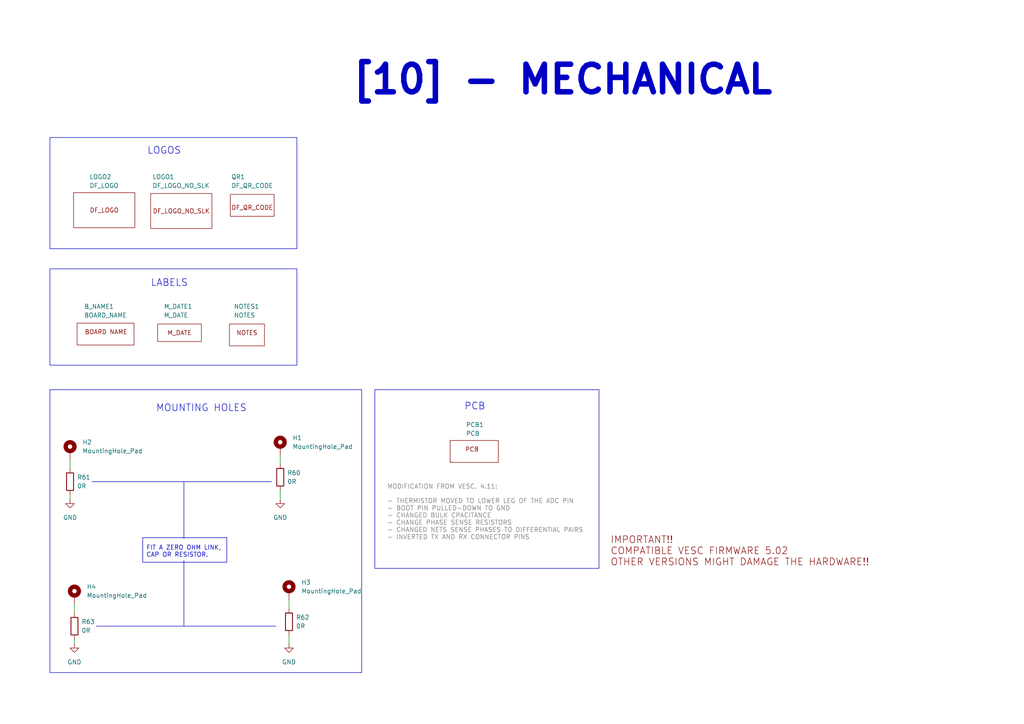
<source format=kicad_sch>
(kicad_sch (version 20230121) (generator eeschema)
  (paper "A4")
  (title_block (title "DF_ESC_rev01_1") (date "2024-01-14") (rev "rev01_1") (company "Ivan Mendez IMA Design") (comment 3 "i.mendezalon@hotmail.com") (comment 4 "Ivan Mendez"))
  (lib_symbols
    (symbol "DF_ESC_Symbol_Library_Casa:BOARD_NAME" (in_bom no)
      (property "Reference" "B_NAME" (at 0 1.27 0))
      (property "Value" "BOARD_NAME" (at 0 -1.27 0))
      (symbol "BOARD_NAME_0_0"
        (text "BOARD NAME " (at 0 -5.08 0) (effects (font (size 1.27 1.27))))
      )
      (symbol "BOARD_NAME_0_1"
        (rectangle (start -8.89 -2.54) (end 7.62 -8.89))
      )
    )
    (symbol "DF_ESC_Symbol_Library_Casa:DF_LOGO" (in_bom no)
      (property "Reference" "LOGO" (at 0 2.54 0))
      (property "Value" "DF_LOGO" (at 0 0 0))
      (symbol "DF_LOGO_0_0"
        (text "DF_LOGO" (at 0 -6.35 0) (effects (font (size 1.27 1.27))))
      )
      (symbol "DF_LOGO_0_1"
        (rectangle (start -8.89 -1.27) (end 8.89 -11.43))
      )
    )
    (symbol "DF_ESC_Symbol_Library_Casa:DF_LOGO_NO_SLK" (in_bom no)
      (property "Reference" "LOGO" (at 0 1.27 0))
      (property "Value" "DF_LOGO_NO_SLK" (at 0 -1.27 0))
      (symbol "DF_LOGO_NO_SLK_0_0"
        (text "DF_LOGO_NO_SLK" (at 0 -7.62 0) (effects (font (size 1.27 1.27))))
      )
      (symbol "DF_LOGO_NO_SLK_0_1"
        (rectangle (start -8.89 -2.54) (end 8.89 -12.7))
      )
    )
    (symbol "DF_ESC_Symbol_Library_Casa:DF_QR_CODE" (in_bom no)
      (property "Reference" "QR" (at 0 1.27 0))
      (property "Value" "DF_QR_CODE" (at 0 -1.27 0))
      (symbol "DF_QR_CODE_0_0"
        (text "DF_QR_CODE" (at 0 -6.35 0) (effects (font (size 1.27 1.27))))
      )
      (symbol "DF_QR_CODE_0_1"
        (rectangle (start -6.35 -2.54) (end 6.35 -8.89))
      )
    )
    (symbol "DF_ESC_Symbol_Library_Casa:M_DATE" (in_bom no)
      (property "Reference" "M_DATE" (at 0 0 0))
      (property "Value" "M_DATE" (at 0 2.54 0))
      (symbol "M_DATE_0_0"
        (rectangle (start -6.35 -1.27) (end 6.35 -6.35))
        (text "M_DATE" (at 0 -3.81 0) (effects (font (size 1.27 1.27))))
      )
    )
    (symbol "DF_ESC_Symbol_Library_Casa:NOTES" (in_bom no)
      (property "Reference" "NOTES" (at 0 0 0))
      (property "Value" "NOTES" (at 0 2.54 0))
      (symbol "NOTES_0_0"
        (rectangle (start -5.08 -2.54) (end 5.08 -8.89))
        (text "NOTES" (at 0 -5.08 0) (effects (font (size 1.27 1.27))))
      )
    )
    (symbol "DF_ESC_Symbol_Library_Casa:PCB" (on_board no)
      (property "Reference" "PCB" (at 0 0 0))
      (property "Value" "PCB" (at 0 0 0))
      (symbol "PCB_0_0"
        (text "PCB" (at 0 -5.08 0) (effects (font (size 1.27 1.27))))
      )
      (symbol "PCB_0_1"
        (rectangle (start -6.35 -2.54) (end 7.62 -8.89))
      )
    )
    (symbol "Device:R" (pin_numbers hide) (pin_names (offset 0))
      (property "Reference" "R" (at 2.032 0 90))
      (property "Value" "R" (at 0 0 90))
      (symbol "R_0_1"
        (rectangle (start -1.016 -2.54) (end 1.016 2.54) (stroke (width 0.254)))
      )
      (symbol "R_1_1"
        (pin passive line (at 0 3.81 270) (length 1.27) (name "~") (number "1"))
        (pin passive line (at 0 -3.81 90) (length 1.27) (name "~") (number "2"))
      )
    )
    (symbol "Mechanical:MountingHole_Pad" (pin_numbers hide) (pin_names (offset 1.016) hide)
      (property "Reference" "H" (at 0 6.35 0))
      (property "Value" "MountingHole_Pad" (at 0 4.445 0))
      (symbol "MountingHole_Pad_0_1"
        (circle (center 0 1.27) (radius 1.27) (stroke (width 1.27)))
      )
      (symbol "MountingHole_Pad_1_1"
        (pin input line (at 0 -2.54 90) (length 2.54) (name "1") (number "1"))
      )
    )
    (symbol "power:GND" (power) (pin_names (offset 0))
      (property "Value" "GND" (at 0 -3.81 0))
      (symbol "GND_0_1"
        (polyline (pts (xy 0 0) (xy 0 -1.27) (xy 1.27 -1.27) (xy 0 -2.54) (xy -1.27 -1.27) (xy 0 -1.27)))
      )
      (symbol "GND_1_1"
        (pin power_in line (at 0 0 270) (length 0) hide (name "GND") (number "1"))
      )
    )
  )
  (wire (pts (xy 20.32 143.51) (xy 20.32 144.78)))
  (wire (pts (xy 21.59 175.26) (xy 21.59 177.8)))
  (wire (pts (xy 83.82 173.99) (xy 83.82 176.53)))
  (wire (pts (xy 20.32 133.35) (xy 20.32 135.89)))
  (polyline (pts (xy 53.34 139.7) (xy 53.34 156.21)))
  (polyline (pts (xy 26.67 139.7) (xy 78.74 139.7)))
  (polyline (pts (xy 27.94 181.61) (xy 80.01 181.61)))
  (polyline (pts (xy 53.34 162.56) (xy 53.34 181.61)))
  (wire (pts (xy 21.59 185.42) (xy 21.59 186.69)))
  (wire (pts (xy 81.28 142.24) (xy 81.28 144.78)))
  (wire (pts (xy 81.28 132.08) (xy 81.28 134.62)))
  (wire (pts (xy 83.82 184.15) (xy 83.82 186.69)))
  (rectangle (start 14.478 113.03) (end 104.902 195.072))
  (rectangle (start 14.478 39.878) (end 86.106 72.136))
  (rectangle (start 41.402 155.956) (end 65.786 163.068))
  (rectangle (start 108.712 113.03) (end 173.736 164.846))
  (rectangle (start 14.478 77.978) (end 86.106 105.918))
  (text "MOUNTING HOLES\n" (at 45.212 119.634 0) (effects (font (size 2 2)) (justify left bottom)))
  (text "MODIFICATION FROM VESC. 4.11:\n\n- THERMISTOR MOVED TO LOWER LEG OF THE ADC PIN\n- BOOT PIN PULLED-DOWN TO GND\n- CHANGED BULK CPACITANCE\n- CHANGE PHASE SENSE RESISTORS\n- CHANGED NETS SENSE PHASES TO DIFFERENTIAL PAIRS\n- INVERTED TX AND RX CONNECTOR PINS" (at 112.268 156.718 0) (effects (font (size 1.3 1.3)) (justify left bottom)))
  (text "PCB" (at 134.62 119.126 0) (effects (font (size 2 2)) (justify left bottom)))
  (text "IMPORTANT!!\nCOMPATIBLE VESC FIRMWARE 5.02\nOTHER VERSIONS MIGHT DAMAGE THE HARDWARE!!" (at 177.038 164.338 0) (effects (font (size 2 2)) (justify left bottom)))
  (text "LABELS" (at 43.688 83.312 0) (effects (font (size 2 2)) (justify left bottom)))
  (text "LOGOS" (at 42.672 44.958 0) (effects (font (size 2 2)) (justify left bottom)))
  (text "[10] - MECHANICAL" (at 101.6 27.94 0) (effects (font (size 8 8) bold) (justify left bottom)))
  (text "FIT A ZERO OHM LINK, \nCAP OR RESISTOR." (at 42.418 161.798 0) (effects (font (size 1.27 1.27)) (justify left bottom)))
  (symbol (lib_id "DF_ESC_Symbol_Library_Casa:DF_LOGO") (at 30.226 54.61 0) (unit 1) (in_bom no)
    (property "Reference" "LOGO2" (at 25.908 51.308 0) (effects (justify left)))
    (property "Value" "DF_LOGO" (at 25.908 53.848 0) (effects (justify left)))
    (property "Footprint" "DF_ESC_Footprint_Library:DF_ESC_REV01_1_LOGO" (effects hide))
  )
  (symbol (lib_id "DF_ESC_Symbol_Library_Casa:NOTES") (at 71.628 91.44 0) (unit 1) (in_bom no)
    (property "Reference" "NOTES1" (at 67.818 88.9 0) (effects (justify left)))
    (property "Value" "NOTES" (at 67.818 91.44 0) (effects (justify left)))
  )
  (symbol (lib_id "DF_ESC_Symbol_Library_Casa:M_DATE") (at 52.07 92.71 0) (unit 1) (in_bom no)
    (property "Reference" "M_DATE1" (at 47.498 88.9 0) (effects (justify left)))
    (property "Value" "M_DATE" (at 47.498 91.44 0) (effects (justify left)))
  )
  (symbol (lib_id "Device:R") (at 81.28 138.43 0) (unit 1)
    (property "Reference" "R60" (at 83.312 137.16 0) (effects (justify left)))
    (property "Value" "0R" (at 83.312 139.7 0) (effects (justify left)))
    (property "Footprint" "Resistor_SMD:R_0603_1608Metric_Pad0.98x0.95mm_HandSolder" (effects hide))
  )
  (symbol (lib_id "power:GND") (at 83.82 186.69 0) (unit 1)
    (property "Reference" "#PWR0103" (effects hide))
    (property "Value" "GND" (at 83.82 192.024 0))
  )
  (symbol (lib_id "Device:R") (at 20.32 139.7 0) (unit 1)
    (property "Reference" "R61" (at 22.352 138.43 0) (effects (justify left)))
    (property "Value" "0R" (at 22.352 140.97 0) (effects (justify left)))
    (property "Footprint" "Resistor_SMD:R_0603_1608Metric_Pad0.98x0.95mm_HandSolder" (effects hide))
  )
  (symbol (lib_id "Device:R") (at 21.59 181.61 0) (unit 1)
    (property "Reference" "R63" (at 23.622 180.34 0) (effects (justify left)))
    (property "Value" "0R" (at 23.622 182.88 0) (effects (justify left)))
    (property "Footprint" "Resistor_SMD:R_0603_1608Metric_Pad0.98x0.95mm_HandSolder" (effects hide))
  )
  (symbol (lib_id "DF_ESC_Symbol_Library_Casa:PCB") (at 136.906 125.222 0) (unit 1) (on_board no)
    (property "Reference" "PCB1" (at 135.128 123.19 0) (effects (justify left)))
    (property "Value" "PCB" (at 135.128 125.73 0) (effects (justify left)))
  )
  (symbol (lib_id "DF_ESC_Symbol_Library_Casa:BOARD_NAME") (at 31.242 91.186 0) (unit 1) (in_bom no)
    (property "Reference" "B_NAME1" (at 24.384 88.9 0) (effects (justify left)))
    (property "Value" "BOARD_NAME" (at 24.384 91.44 0) (effects (justify left)))
  )
  (symbol (lib_id "DF_ESC_Symbol_Library_Casa:DF_LOGO_NO_SLK") (at 52.578 53.594 0) (unit 1) (in_bom no)
    (property "Reference" "LOGO1" (at 44.196 51.308 0) (effects (justify left)))
    (property "Value" "DF_LOGO_NO_SLK" (at 44.196 53.848 0) (effects (justify left)))
    (property "Footprint" "DF_ESC_Footprint_Library:DF_LOGO_NO_SLK" (effects hide))
  )
  (symbol (lib_id "DF_ESC_Symbol_Library_Casa:DF_QR_CODE") (at 73.152 53.848 0) (unit 1) (in_bom no)
    (property "Reference" "QR1" (at 67.056 51.308 0) (effects (justify left)))
    (property "Value" "DF_QR_CODE" (at 67.056 53.848 0) (effects (justify left)))
    (property "Footprint" "DF_ESC_Footprint_Library:DF_QR_CODE" (effects hide))
  )
  (symbol (lib_id "power:GND") (at 81.28 144.78 0) (unit 1)
    (property "Reference" "#PWR0101" (effects hide))
    (property "Value" "GND" (at 81.28 150.114 0))
  )
  (symbol (lib_id "power:GND") (at 20.32 144.78 0) (unit 1)
    (property "Reference" "#PWR0100" (effects hide))
    (property "Value" "GND" (at 20.32 150.114 0))
  )
  (symbol (lib_id "Device:R") (at 83.82 180.34 0) (unit 1)
    (property "Reference" "R62" (at 85.852 179.07 0) (effects (justify left)))
    (property "Value" "0R" (at 85.852 181.61 0) (effects (justify left)))
    (property "Footprint" "Resistor_SMD:R_0603_1608Metric_Pad0.98x0.95mm_HandSolder" (effects hide))
  )
  (symbol (lib_id "Mechanical:MountingHole_Pad") (at 20.32 130.81 0) (unit 1)
    (property "Reference" "H2" (at 23.876 128.27 0) (effects (justify left)))
    (property "Value" "MountingHole_Pad" (at 23.876 130.81 0) (effects (justify left)))
    (property "Footprint" "MountingHole:MountingHole_3.2mm_M3_Pad_Via" (effects hide))
  )
  (symbol (lib_id "Mechanical:MountingHole_Pad") (at 81.28 129.54 0) (unit 1)
    (property "Reference" "H1" (at 84.836 127 0) (effects (justify left)))
    (property "Value" "MountingHole_Pad" (at 84.836 129.54 0) (effects (justify left)))
    (property "Footprint" "MountingHole:MountingHole_3.2mm_M3_Pad_Via" (effects hide))
  )
  (symbol (lib_id "Mechanical:MountingHole_Pad") (at 83.82 171.45 0) (unit 1)
    (property "Reference" "H3" (at 87.376 168.91 0) (effects (justify left)))
    (property "Value" "MountingHole_Pad" (at 87.376 171.45 0) (effects (justify left)))
    (property "Footprint" "MountingHole:MountingHole_3.2mm_M3_Pad_Via" (effects hide))
  )
  (symbol (lib_id "power:GND") (at 21.59 186.69 0) (unit 1)
    (property "Reference" "#PWR0102" (effects hide))
    (property "Value" "GND" (at 21.59 192.024 0))
  )
  (symbol (lib_id "Mechanical:MountingHole_Pad") (at 21.59 172.72 0) (unit 1)
    (property "Reference" "H4" (at 25.146 170.18 0) (effects (justify left)))
    (property "Value" "MountingHole_Pad" (at 25.146 172.72 0) (effects (justify left)))
    (property "Footprint" "MountingHole:MountingHole_3.2mm_M3_Pad_Via" (effects hide))
  )
)
</source>
